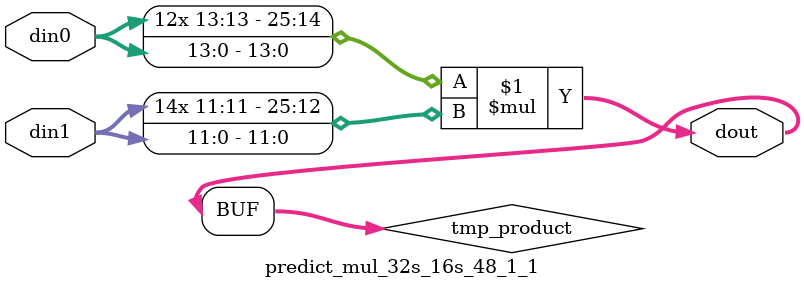
<source format=v>

`timescale 1 ns / 1 ps

  module predict_mul_32s_16s_48_1_1(din0, din1, dout);
parameter ID = 1;
parameter NUM_STAGE = 0;
parameter din0_WIDTH = 14;
parameter din1_WIDTH = 12;
parameter dout_WIDTH = 26;

input [din0_WIDTH - 1 : 0] din0; 
input [din1_WIDTH - 1 : 0] din1; 
output [dout_WIDTH - 1 : 0] dout;

wire signed [dout_WIDTH - 1 : 0] tmp_product;













assign tmp_product = $signed(din0) * $signed(din1);








assign dout = tmp_product;







endmodule

</source>
